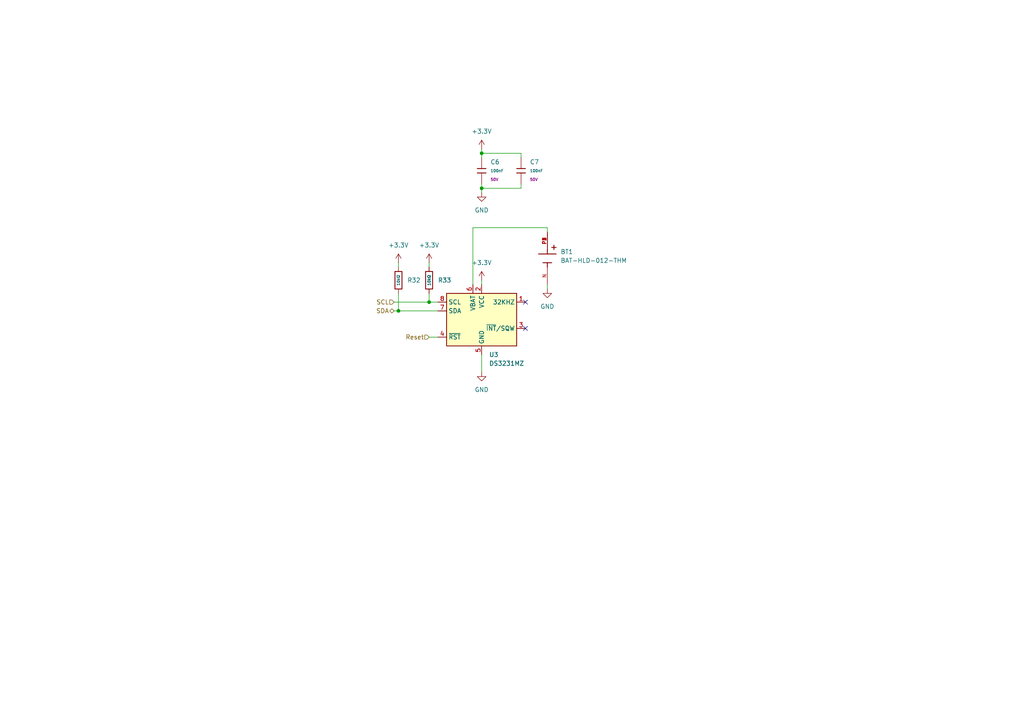
<source format=kicad_sch>
(kicad_sch
	(version 20250114)
	(generator "eeschema")
	(generator_version "9.0")
	(uuid "167a05f4-775a-496d-b9a6-ca482ae94308")
	(paper "A4")
	(title_block
		(title "RTC")
		(date "2025-11-01")
		(rev "0")
		(company "Solar Energy Racers")
	)
	(lib_symbols
		(symbol "Imported_Symbols:BAT-HLD-012-THM"
			(pin_names
				(offset 1.016)
			)
			(exclude_from_sim no)
			(in_bom yes)
			(on_board yes)
			(property "Reference" "BT"
				(at -3.81 3.81 0)
				(effects
					(font
						(size 1.27 1.27)
					)
					(justify left bottom)
				)
			)
			(property "Value" "BAT-HLD-012-THM"
				(at -3.81 -5.08 0)
				(effects
					(font
						(size 1.27 1.27)
					)
					(justify left bottom)
				)
			)
			(property "Footprint" "BAT-HLD-012-THM:BAT_BAT-HLD-012-THM"
				(at 0 0 0)
				(effects
					(font
						(size 1.27 1.27)
					)
					(justify bottom)
					(hide yes)
				)
			)
			(property "Datasheet" ""
				(at 0 0 0)
				(effects
					(font
						(size 1.27 1.27)
					)
					(hide yes)
				)
			)
			(property "Description" ""
				(at 0 0 0)
				(effects
					(font
						(size 1.27 1.27)
					)
					(hide yes)
				)
			)
			(property "SnapEDA_Link" "https://www.snapeda.com/parts/BAT-HLD-012-THM/Linx+Technologies+Inc./view-part/?ref=snap"
				(at 0 0 0)
				(effects
					(font
						(size 1.27 1.27)
					)
					(justify bottom)
					(hide yes)
				)
			)
			(property "Check_prices" "https://www.snapeda.com/parts/BAT-HLD-012-THM/Linx+Technologies+Inc./view-part/?ref=eda"
				(at 0 0 0)
				(effects
					(font
						(size 1.27 1.27)
					)
					(justify bottom)
					(hide yes)
				)
			)
			(property "Package" "None"
				(at 0 0 0)
				(effects
					(font
						(size 1.27 1.27)
					)
					(justify bottom)
					(hide yes)
				)
			)
			(property "Price" "None"
				(at 0 0 0)
				(effects
					(font
						(size 1.27 1.27)
					)
					(justify bottom)
					(hide yes)
				)
			)
			(property "MF" "Linx Technologies"
				(at 0 0 0)
				(effects
					(font
						(size 1.27 1.27)
					)
					(justify bottom)
					(hide yes)
				)
			)
			(property "MP" "BAT-HLD-012-THM"
				(at 0 0 0)
				(effects
					(font
						(size 1.27 1.27)
					)
					(justify bottom)
					(hide yes)
				)
			)
			(property "Purchase-URL" "https://www.snapeda.com/api/url_track_click_mouser/?unipart_id=1128418&manufacturer=Linx Technologies&part_name=BAT-HLD-012-THM&search_term=None"
				(at 0 0 0)
				(effects
					(font
						(size 1.27 1.27)
					)
					(justify bottom)
					(hide yes)
				)
			)
			(property "Availability" "In Stock"
				(at 0 0 0)
				(effects
					(font
						(size 1.27 1.27)
					)
					(justify bottom)
					(hide yes)
				)
			)
			(property "Description_1" "Holder for CR1216 and CR1225 Batteries, Through-Hole Mount, Bulk Packaging"
				(at 0 0 0)
				(effects
					(font
						(size 1.27 1.27)
					)
					(justify bottom)
					(hide yes)
				)
			)
			(symbol "BAT-HLD-012-THM_0_0"
				(polyline
					(pts
						(xy -3.81 1.905) (xy -2.54 1.905)
					)
					(stroke
						(width 0.254)
						(type default)
					)
					(fill
						(type none)
					)
				)
				(polyline
					(pts
						(xy -3.175 2.54) (xy -3.175 1.27)
					)
					(stroke
						(width 0.254)
						(type default)
					)
					(fill
						(type none)
					)
				)
				(polyline
					(pts
						(xy -1.27 2.54) (xy -1.27 -2.54)
					)
					(stroke
						(width 0.254)
						(type default)
					)
					(fill
						(type none)
					)
				)
				(polyline
					(pts
						(xy -1.27 0) (xy -2.54 0)
					)
					(stroke
						(width 0.254)
						(type default)
					)
					(fill
						(type none)
					)
				)
				(polyline
					(pts
						(xy 1.27 1.27) (xy 1.27 -1.27)
					)
					(stroke
						(width 0.254)
						(type default)
					)
					(fill
						(type none)
					)
				)
				(polyline
					(pts
						(xy 1.27 0) (xy 2.54 0)
					)
					(stroke
						(width 0.254)
						(type default)
					)
					(fill
						(type none)
					)
				)
				(pin passive line
					(at -7.62 0 0)
					(length 5.08)
					(name "~"
						(effects
							(font
								(size 1.016 1.016)
							)
						)
					)
					(number "P1"
						(effects
							(font
								(size 1.016 1.016)
							)
						)
					)
				)
				(pin passive line
					(at -7.62 0 0)
					(length 5.08)
					(name "~"
						(effects
							(font
								(size 1.016 1.016)
							)
						)
					)
					(number "P2"
						(effects
							(font
								(size 1.016 1.016)
							)
						)
					)
				)
				(pin passive line
					(at -7.62 0 0)
					(length 5.08)
					(name "~"
						(effects
							(font
								(size 1.016 1.016)
							)
						)
					)
					(number "P3"
						(effects
							(font
								(size 1.016 1.016)
							)
						)
					)
				)
				(pin passive line
					(at -7.62 0 0)
					(length 5.08)
					(name "~"
						(effects
							(font
								(size 1.016 1.016)
							)
						)
					)
					(number "P4"
						(effects
							(font
								(size 1.016 1.016)
							)
						)
					)
				)
				(pin passive line
					(at 7.62 0 180)
					(length 5.08)
					(name "~"
						(effects
							(font
								(size 1.016 1.016)
							)
						)
					)
					(number "N"
						(effects
							(font
								(size 1.016 1.016)
							)
						)
					)
				)
			)
			(embedded_fonts no)
		)
		(symbol "PCM_JLCPCB-Capacitors:0603,100nF"
			(pin_numbers
				(hide yes)
			)
			(pin_names
				(offset 0)
			)
			(exclude_from_sim no)
			(in_bom yes)
			(on_board yes)
			(property "Reference" "C"
				(at 2.032 1.668 0)
				(effects
					(font
						(size 1.27 1.27)
					)
					(justify left)
				)
			)
			(property "Value" "100nF"
				(at 2.032 -0.3782 0)
				(effects
					(font
						(size 0.8 0.8)
					)
					(justify left)
				)
			)
			(property "Footprint" "PCM_JLCPCB:C_0603"
				(at -1.778 0 90)
				(effects
					(font
						(size 1.27 1.27)
					)
					(hide yes)
				)
			)
			(property "Datasheet" "https://www.lcsc.com/datasheet/lcsc_datasheet_2211101700_YAGEO-CC0603KRX7R9BB104_C14663.pdf"
				(at 0 0 0)
				(effects
					(font
						(size 1.27 1.27)
					)
					(hide yes)
				)
			)
			(property "Description" "50V 100nF X7R ±10% 0603 Multilayer Ceramic Capacitors MLCC - SMD/SMT ROHS"
				(at 0 0 0)
				(effects
					(font
						(size 1.27 1.27)
					)
					(hide yes)
				)
			)
			(property "LCSC" "C14663"
				(at 0 0 0)
				(effects
					(font
						(size 1.27 1.27)
					)
					(hide yes)
				)
			)
			(property "Stock" "70324515"
				(at 0 0 0)
				(effects
					(font
						(size 1.27 1.27)
					)
					(hide yes)
				)
			)
			(property "Price" "0.006USD"
				(at 0 0 0)
				(effects
					(font
						(size 1.27 1.27)
					)
					(hide yes)
				)
			)
			(property "Process" "SMT"
				(at 0 0 0)
				(effects
					(font
						(size 1.27 1.27)
					)
					(hide yes)
				)
			)
			(property "Minimum Qty" "20"
				(at 0 0 0)
				(effects
					(font
						(size 1.27 1.27)
					)
					(hide yes)
				)
			)
			(property "Attrition Qty" "10"
				(at 0 0 0)
				(effects
					(font
						(size 1.27 1.27)
					)
					(hide yes)
				)
			)
			(property "Class" "Basic Component"
				(at 0 0 0)
				(effects
					(font
						(size 1.27 1.27)
					)
					(hide yes)
				)
			)
			(property "Category" "Capacitors,Multilayer Ceramic Capacitors MLCC - SMD/SMT"
				(at 0 0 0)
				(effects
					(font
						(size 1.27 1.27)
					)
					(hide yes)
				)
			)
			(property "Manufacturer" "YAGEO"
				(at 0 0 0)
				(effects
					(font
						(size 1.27 1.27)
					)
					(hide yes)
				)
			)
			(property "Part" "CC0603KRX7R9BB104"
				(at 0 0 0)
				(effects
					(font
						(size 1.27 1.27)
					)
					(hide yes)
				)
			)
			(property "Voltage Rated" "50V"
				(at 2.032 -2.0462 0)
				(effects
					(font
						(size 0.8 0.8)
					)
					(justify left)
				)
			)
			(property "Tolerance" "±10%"
				(at 0 0 0)
				(effects
					(font
						(size 1.27 1.27)
					)
					(hide yes)
				)
			)
			(property "Capacitance" "100nF"
				(at 0 0 0)
				(effects
					(font
						(size 1.27 1.27)
					)
					(hide yes)
				)
			)
			(property "Temperature Coefficient" "X7R"
				(at 0 0 0)
				(effects
					(font
						(size 1.27 1.27)
					)
					(hide yes)
				)
			)
			(property "ki_fp_filters" "C_*"
				(at 0 0 0)
				(effects
					(font
						(size 1.27 1.27)
					)
					(hide yes)
				)
			)
			(symbol "0603,100nF_0_1"
				(polyline
					(pts
						(xy -1.27 0.635) (xy 1.27 0.635)
					)
					(stroke
						(width 0.254)
						(type default)
					)
					(fill
						(type none)
					)
				)
				(polyline
					(pts
						(xy -1.27 -0.635) (xy 1.27 -0.635)
					)
					(stroke
						(width 0.254)
						(type default)
					)
					(fill
						(type none)
					)
				)
			)
			(symbol "0603,100nF_1_1"
				(pin passive line
					(at 0 3.81 270)
					(length 3.175)
					(name "~"
						(effects
							(font
								(size 1.27 1.27)
							)
						)
					)
					(number "1"
						(effects
							(font
								(size 1.27 1.27)
							)
						)
					)
				)
				(pin passive line
					(at 0 -3.81 90)
					(length 3.175)
					(name "~"
						(effects
							(font
								(size 1.27 1.27)
							)
						)
					)
					(number "2"
						(effects
							(font
								(size 1.27 1.27)
							)
						)
					)
				)
			)
			(embedded_fonts no)
		)
		(symbol "PCM_JLCPCB-Resistors:0603,10kΩ"
			(pin_numbers
				(hide yes)
			)
			(pin_names
				(offset 0)
			)
			(exclude_from_sim no)
			(in_bom yes)
			(on_board yes)
			(property "Reference" "R"
				(at 1.778 0 0)
				(effects
					(font
						(size 1.27 1.27)
					)
					(justify left)
				)
			)
			(property "Value" "10kΩ"
				(at 0 0 90)
				(do_not_autoplace)
				(effects
					(font
						(size 0.8 0.8)
					)
				)
			)
			(property "Footprint" "PCM_JLCPCB:R_0603"
				(at -1.778 0 90)
				(effects
					(font
						(size 1.27 1.27)
					)
					(hide yes)
				)
			)
			(property "Datasheet" "https://www.lcsc.com/datasheet/lcsc_datasheet_2206010045_UNI-ROYAL-Uniroyal-Elec-0603WAF1002T5E_C25804.pdf"
				(at 0 0 0)
				(effects
					(font
						(size 1.27 1.27)
					)
					(hide yes)
				)
			)
			(property "Description" "100mW Thick Film Resistors 75V ±100ppm/°C ±1% 10kΩ 0603 Chip Resistor - Surface Mount ROHS"
				(at 0 0 0)
				(effects
					(font
						(size 1.27 1.27)
					)
					(hide yes)
				)
			)
			(property "LCSC" "C25804"
				(at 0 0 0)
				(effects
					(font
						(size 1.27 1.27)
					)
					(hide yes)
				)
			)
			(property "Stock" "51181774"
				(at 0 0 0)
				(effects
					(font
						(size 1.27 1.27)
					)
					(hide yes)
				)
			)
			(property "Price" "0.004USD"
				(at 0 0 0)
				(effects
					(font
						(size 1.27 1.27)
					)
					(hide yes)
				)
			)
			(property "Process" "SMT"
				(at 0 0 0)
				(effects
					(font
						(size 1.27 1.27)
					)
					(hide yes)
				)
			)
			(property "Minimum Qty" "20"
				(at 0 0 0)
				(effects
					(font
						(size 1.27 1.27)
					)
					(hide yes)
				)
			)
			(property "Attrition Qty" "10"
				(at 0 0 0)
				(effects
					(font
						(size 1.27 1.27)
					)
					(hide yes)
				)
			)
			(property "Class" "Basic Component"
				(at 0 0 0)
				(effects
					(font
						(size 1.27 1.27)
					)
					(hide yes)
				)
			)
			(property "Category" "Resistors,Chip Resistor - Surface Mount"
				(at 0 0 0)
				(effects
					(font
						(size 1.27 1.27)
					)
					(hide yes)
				)
			)
			(property "Manufacturer" "UNI-ROYAL(Uniroyal Elec)"
				(at 0 0 0)
				(effects
					(font
						(size 1.27 1.27)
					)
					(hide yes)
				)
			)
			(property "Part" "0603WAF1002T5E"
				(at 0 0 0)
				(effects
					(font
						(size 1.27 1.27)
					)
					(hide yes)
				)
			)
			(property "Resistance" "10kΩ"
				(at 0 0 0)
				(effects
					(font
						(size 1.27 1.27)
					)
					(hide yes)
				)
			)
			(property "Power(Watts)" "100mW"
				(at 0 0 0)
				(effects
					(font
						(size 1.27 1.27)
					)
					(hide yes)
				)
			)
			(property "Type" "Thick Film Resistors"
				(at 0 0 0)
				(effects
					(font
						(size 1.27 1.27)
					)
					(hide yes)
				)
			)
			(property "Overload Voltage (Max)" "75V"
				(at 0 0 0)
				(effects
					(font
						(size 1.27 1.27)
					)
					(hide yes)
				)
			)
			(property "Operating Temperature Range" "-55°C~+155°C"
				(at 0 0 0)
				(effects
					(font
						(size 1.27 1.27)
					)
					(hide yes)
				)
			)
			(property "Tolerance" "±1%"
				(at 0 0 0)
				(effects
					(font
						(size 1.27 1.27)
					)
					(hide yes)
				)
			)
			(property "Temperature Coefficient" "±100ppm/°C"
				(at 0 0 0)
				(effects
					(font
						(size 1.27 1.27)
					)
					(hide yes)
				)
			)
			(property "ki_fp_filters" "R_*"
				(at 0 0 0)
				(effects
					(font
						(size 1.27 1.27)
					)
					(hide yes)
				)
			)
			(symbol "0603,10kΩ_0_1"
				(rectangle
					(start -1.016 2.54)
					(end 1.016 -2.54)
					(stroke
						(width 0.254)
						(type default)
					)
					(fill
						(type none)
					)
				)
			)
			(symbol "0603,10kΩ_1_1"
				(pin passive line
					(at 0 3.81 270)
					(length 1.27)
					(name "~"
						(effects
							(font
								(size 1.27 1.27)
							)
						)
					)
					(number "1"
						(effects
							(font
								(size 1.27 1.27)
							)
						)
					)
				)
				(pin passive line
					(at 0 -3.81 90)
					(length 1.27)
					(name "~"
						(effects
							(font
								(size 1.27 1.27)
							)
						)
					)
					(number "2"
						(effects
							(font
								(size 1.27 1.27)
							)
						)
					)
				)
			)
			(embedded_fonts no)
		)
		(symbol "Timer_RTC:DS3231MZ"
			(exclude_from_sim no)
			(in_bom yes)
			(on_board yes)
			(property "Reference" "U"
				(at -7.62 8.89 0)
				(effects
					(font
						(size 1.27 1.27)
					)
					(justify right)
				)
			)
			(property "Value" "DS3231MZ"
				(at 11.43 8.89 0)
				(effects
					(font
						(size 1.27 1.27)
					)
					(justify right)
				)
			)
			(property "Footprint" "Package_SO:SOIC-8_3.9x4.9mm_P1.27mm"
				(at 0 -12.7 0)
				(effects
					(font
						(size 1.27 1.27)
					)
					(hide yes)
				)
			)
			(property "Datasheet" "http://datasheets.maximintegrated.com/en/ds/DS3231M.pdf"
				(at 0 -15.24 0)
				(effects
					(font
						(size 1.27 1.27)
					)
					(hide yes)
				)
			)
			(property "Description" "±5ppm, I2C Real-Time Clock SOIC-8"
				(at 0 0 0)
				(effects
					(font
						(size 1.27 1.27)
					)
					(hide yes)
				)
			)
			(property "ki_keywords" "RTC TCXO Realtime Time Clock MEMS I2C"
				(at 0 0 0)
				(effects
					(font
						(size 1.27 1.27)
					)
					(hide yes)
				)
			)
			(property "ki_fp_filters" "SOIC*3.9x4.9mm*P1.27mm*"
				(at 0 0 0)
				(effects
					(font
						(size 1.27 1.27)
					)
					(hide yes)
				)
			)
			(symbol "DS3231MZ_0_1"
				(rectangle
					(start -10.16 7.62)
					(end 10.16 -7.62)
					(stroke
						(width 0.254)
						(type default)
					)
					(fill
						(type background)
					)
				)
			)
			(symbol "DS3231MZ_1_1"
				(pin input line
					(at -12.7 5.08 0)
					(length 2.54)
					(name "SCL"
						(effects
							(font
								(size 1.27 1.27)
							)
						)
					)
					(number "8"
						(effects
							(font
								(size 1.27 1.27)
							)
						)
					)
				)
				(pin bidirectional line
					(at -12.7 2.54 0)
					(length 2.54)
					(name "SDA"
						(effects
							(font
								(size 1.27 1.27)
							)
						)
					)
					(number "7"
						(effects
							(font
								(size 1.27 1.27)
							)
						)
					)
				)
				(pin bidirectional line
					(at -12.7 -5.08 0)
					(length 2.54)
					(name "~{RST}"
						(effects
							(font
								(size 1.27 1.27)
							)
						)
					)
					(number "4"
						(effects
							(font
								(size 1.27 1.27)
							)
						)
					)
				)
				(pin power_in line
					(at -2.54 10.16 270)
					(length 2.54)
					(name "VBAT"
						(effects
							(font
								(size 1.27 1.27)
							)
						)
					)
					(number "6"
						(effects
							(font
								(size 1.27 1.27)
							)
						)
					)
				)
				(pin power_in line
					(at 0 10.16 270)
					(length 2.54)
					(name "VCC"
						(effects
							(font
								(size 1.27 1.27)
							)
						)
					)
					(number "2"
						(effects
							(font
								(size 1.27 1.27)
							)
						)
					)
				)
				(pin power_in line
					(at 0 -10.16 90)
					(length 2.54)
					(name "GND"
						(effects
							(font
								(size 1.27 1.27)
							)
						)
					)
					(number "5"
						(effects
							(font
								(size 1.27 1.27)
							)
						)
					)
				)
				(pin open_collector line
					(at 12.7 5.08 180)
					(length 2.54)
					(name "32KHZ"
						(effects
							(font
								(size 1.27 1.27)
							)
						)
					)
					(number "1"
						(effects
							(font
								(size 1.27 1.27)
							)
						)
					)
				)
				(pin open_collector line
					(at 12.7 -2.54 180)
					(length 2.54)
					(name "~{INT}/SQW"
						(effects
							(font
								(size 1.27 1.27)
							)
						)
					)
					(number "3"
						(effects
							(font
								(size 1.27 1.27)
							)
						)
					)
				)
			)
			(embedded_fonts no)
		)
		(symbol "power:+3.3V"
			(power)
			(pin_numbers
				(hide yes)
			)
			(pin_names
				(offset 0)
				(hide yes)
			)
			(exclude_from_sim no)
			(in_bom yes)
			(on_board yes)
			(property "Reference" "#PWR"
				(at 0 -3.81 0)
				(effects
					(font
						(size 1.27 1.27)
					)
					(hide yes)
				)
			)
			(property "Value" "+3.3V"
				(at 0 3.556 0)
				(effects
					(font
						(size 1.27 1.27)
					)
				)
			)
			(property "Footprint" ""
				(at 0 0 0)
				(effects
					(font
						(size 1.27 1.27)
					)
					(hide yes)
				)
			)
			(property "Datasheet" ""
				(at 0 0 0)
				(effects
					(font
						(size 1.27 1.27)
					)
					(hide yes)
				)
			)
			(property "Description" "Power symbol creates a global label with name \"+3.3V\""
				(at 0 0 0)
				(effects
					(font
						(size 1.27 1.27)
					)
					(hide yes)
				)
			)
			(property "ki_keywords" "global power"
				(at 0 0 0)
				(effects
					(font
						(size 1.27 1.27)
					)
					(hide yes)
				)
			)
			(symbol "+3.3V_0_1"
				(polyline
					(pts
						(xy -0.762 1.27) (xy 0 2.54)
					)
					(stroke
						(width 0)
						(type default)
					)
					(fill
						(type none)
					)
				)
				(polyline
					(pts
						(xy 0 2.54) (xy 0.762 1.27)
					)
					(stroke
						(width 0)
						(type default)
					)
					(fill
						(type none)
					)
				)
				(polyline
					(pts
						(xy 0 0) (xy 0 2.54)
					)
					(stroke
						(width 0)
						(type default)
					)
					(fill
						(type none)
					)
				)
			)
			(symbol "+3.3V_1_1"
				(pin power_in line
					(at 0 0 90)
					(length 0)
					(name "~"
						(effects
							(font
								(size 1.27 1.27)
							)
						)
					)
					(number "1"
						(effects
							(font
								(size 1.27 1.27)
							)
						)
					)
				)
			)
			(embedded_fonts no)
		)
		(symbol "power:GND"
			(power)
			(pin_numbers
				(hide yes)
			)
			(pin_names
				(offset 0)
				(hide yes)
			)
			(exclude_from_sim no)
			(in_bom yes)
			(on_board yes)
			(property "Reference" "#PWR"
				(at 0 -6.35 0)
				(effects
					(font
						(size 1.27 1.27)
					)
					(hide yes)
				)
			)
			(property "Value" "GND"
				(at 0 -3.81 0)
				(effects
					(font
						(size 1.27 1.27)
					)
				)
			)
			(property "Footprint" ""
				(at 0 0 0)
				(effects
					(font
						(size 1.27 1.27)
					)
					(hide yes)
				)
			)
			(property "Datasheet" ""
				(at 0 0 0)
				(effects
					(font
						(size 1.27 1.27)
					)
					(hide yes)
				)
			)
			(property "Description" "Power symbol creates a global label with name \"GND\" , ground"
				(at 0 0 0)
				(effects
					(font
						(size 1.27 1.27)
					)
					(hide yes)
				)
			)
			(property "ki_keywords" "global power"
				(at 0 0 0)
				(effects
					(font
						(size 1.27 1.27)
					)
					(hide yes)
				)
			)
			(symbol "GND_0_1"
				(polyline
					(pts
						(xy 0 0) (xy 0 -1.27) (xy 1.27 -1.27) (xy 0 -2.54) (xy -1.27 -1.27) (xy 0 -1.27)
					)
					(stroke
						(width 0)
						(type default)
					)
					(fill
						(type none)
					)
				)
			)
			(symbol "GND_1_1"
				(pin power_in line
					(at 0 0 270)
					(length 0)
					(name "~"
						(effects
							(font
								(size 1.27 1.27)
							)
						)
					)
					(number "1"
						(effects
							(font
								(size 1.27 1.27)
							)
						)
					)
				)
			)
			(embedded_fonts no)
		)
	)
	(junction
		(at 115.57 90.17)
		(diameter 0)
		(color 0 0 0 0)
		(uuid "3c3699b7-16e9-4f53-8715-616cb01e3405")
	)
	(junction
		(at 139.7 44.45)
		(diameter 0)
		(color 0 0 0 0)
		(uuid "89137073-1cee-4195-be13-e09007065c5b")
	)
	(junction
		(at 139.7 54.61)
		(diameter 0)
		(color 0 0 0 0)
		(uuid "abed5a40-dad9-48b6-97e9-e34e72210293")
	)
	(junction
		(at 124.46 87.63)
		(diameter 0)
		(color 0 0 0 0)
		(uuid "da891dcc-151c-4b43-adf6-cfa14ac96556")
	)
	(no_connect
		(at 152.4 95.25)
		(uuid "3c6a34d4-f698-42f1-a8a4-99c1d79acb2c")
	)
	(no_connect
		(at 152.4 87.63)
		(uuid "ec87ef7d-39ea-4ff3-8cf5-b79bdf9f2ebb")
	)
	(wire
		(pts
			(xy 124.46 97.79) (xy 127 97.79)
		)
		(stroke
			(width 0)
			(type default)
		)
		(uuid "1d2e6077-46df-4a15-a3f9-8d8f07ec13b8")
	)
	(wire
		(pts
			(xy 139.7 54.61) (xy 151.13 54.61)
		)
		(stroke
			(width 0)
			(type default)
		)
		(uuid "22bbc12c-b8ff-4872-a38a-574c813035fd")
	)
	(wire
		(pts
			(xy 124.46 76.2) (xy 124.46 77.47)
		)
		(stroke
			(width 0)
			(type default)
		)
		(uuid "2f77b49d-23b3-4a35-b637-fe18aa1078cc")
	)
	(wire
		(pts
			(xy 137.16 66.04) (xy 158.75 66.04)
		)
		(stroke
			(width 0)
			(type default)
		)
		(uuid "393e8f7c-bfe0-4901-bcff-a332f7a98dde")
	)
	(wire
		(pts
			(xy 139.7 55.88) (xy 139.7 54.61)
		)
		(stroke
			(width 0)
			(type default)
		)
		(uuid "422feb83-b16f-4b48-becf-7edf17da8eec")
	)
	(wire
		(pts
			(xy 151.13 45.72) (xy 151.13 44.45)
		)
		(stroke
			(width 0)
			(type default)
		)
		(uuid "47d2a8c9-f266-4a37-ba88-fcff839cb6f9")
	)
	(wire
		(pts
			(xy 158.75 82.55) (xy 158.75 83.82)
		)
		(stroke
			(width 0)
			(type default)
		)
		(uuid "48387ecd-7d3a-44c4-b627-128b302adedb")
	)
	(wire
		(pts
			(xy 114.3 87.63) (xy 124.46 87.63)
		)
		(stroke
			(width 0)
			(type default)
		)
		(uuid "58fcba02-3a49-49b6-9b04-7e93e12c8588")
	)
	(wire
		(pts
			(xy 139.7 81.28) (xy 139.7 82.55)
		)
		(stroke
			(width 0)
			(type default)
		)
		(uuid "5a838870-d108-4817-83cb-e7214c2e3024")
	)
	(wire
		(pts
			(xy 114.3 90.17) (xy 115.57 90.17)
		)
		(stroke
			(width 0)
			(type default)
		)
		(uuid "68a0a178-6c84-44cb-82e3-83d3ae3db88a")
	)
	(wire
		(pts
			(xy 139.7 44.45) (xy 151.13 44.45)
		)
		(stroke
			(width 0)
			(type default)
		)
		(uuid "69fb0a8e-211c-48d1-a6eb-bc121919f7f5")
	)
	(wire
		(pts
			(xy 115.57 76.2) (xy 115.57 77.47)
		)
		(stroke
			(width 0)
			(type default)
		)
		(uuid "807d8513-3363-42dd-b660-755d06be725d")
	)
	(wire
		(pts
			(xy 115.57 90.17) (xy 127 90.17)
		)
		(stroke
			(width 0)
			(type default)
		)
		(uuid "8f66c4d5-31f9-47f9-92ec-6b84a1dec2f0")
	)
	(wire
		(pts
			(xy 139.7 107.95) (xy 139.7 102.87)
		)
		(stroke
			(width 0)
			(type default)
		)
		(uuid "9bbdeea7-1075-4096-89f7-455b373f63e5")
	)
	(wire
		(pts
			(xy 151.13 53.34) (xy 151.13 54.61)
		)
		(stroke
			(width 0)
			(type default)
		)
		(uuid "ad422c41-7337-4e3e-90be-b2552b3d8d92")
	)
	(wire
		(pts
			(xy 139.7 43.18) (xy 139.7 44.45)
		)
		(stroke
			(width 0)
			(type default)
		)
		(uuid "aeaeb450-d589-45f4-afaf-0938a5f2d407")
	)
	(wire
		(pts
			(xy 124.46 85.09) (xy 124.46 87.63)
		)
		(stroke
			(width 0)
			(type default)
		)
		(uuid "cf607469-bbcb-4a11-838f-d0dc50b1ef88")
	)
	(wire
		(pts
			(xy 124.46 87.63) (xy 127 87.63)
		)
		(stroke
			(width 0)
			(type default)
		)
		(uuid "d341f055-3ed1-47da-825d-6a50a1db5944")
	)
	(wire
		(pts
			(xy 139.7 54.61) (xy 139.7 53.34)
		)
		(stroke
			(width 0)
			(type default)
		)
		(uuid "d929ef5d-e852-466e-ad9b-da493353640b")
	)
	(wire
		(pts
			(xy 115.57 85.09) (xy 115.57 90.17)
		)
		(stroke
			(width 0)
			(type default)
		)
		(uuid "e0802b1c-e4b9-441e-bd0a-62ec3cd6de46")
	)
	(wire
		(pts
			(xy 158.75 66.04) (xy 158.75 67.31)
		)
		(stroke
			(width 0)
			(type default)
		)
		(uuid "e11a1fe4-4404-483b-b52c-9ef35e6716ae")
	)
	(wire
		(pts
			(xy 137.16 82.55) (xy 137.16 66.04)
		)
		(stroke
			(width 0)
			(type default)
		)
		(uuid "e1c7ed63-b52d-4494-8adb-41c3398f8af0")
	)
	(wire
		(pts
			(xy 139.7 44.45) (xy 139.7 45.72)
		)
		(stroke
			(width 0)
			(type default)
		)
		(uuid "e292126c-c6ec-4226-a9c3-2fc789342524")
	)
	(hierarchical_label "Reset"
		(shape input)
		(at 124.46 97.79 180)
		(effects
			(font
				(size 1.27 1.27)
			)
			(justify right)
		)
		(uuid "4e6e04b5-efab-4e60-9675-cbe4ee97d841")
	)
	(hierarchical_label "SDA"
		(shape bidirectional)
		(at 114.3 90.17 180)
		(effects
			(font
				(size 1.27 1.27)
			)
			(justify right)
		)
		(uuid "511220c9-3e53-43d0-93f5-3aa78ebdcbca")
	)
	(hierarchical_label "SCL"
		(shape input)
		(at 114.3 87.63 180)
		(effects
			(font
				(size 1.27 1.27)
			)
			(justify right)
		)
		(uuid "85f5e08e-dbcb-486b-a8d6-167f3b23f3ef")
	)
	(symbol
		(lib_id "PCM_JLCPCB-Resistors:0603,10kΩ")
		(at 124.46 81.28 0)
		(unit 1)
		(exclude_from_sim no)
		(in_bom yes)
		(on_board yes)
		(dnp no)
		(fields_autoplaced yes)
		(uuid "059bbbce-82fc-491c-b3ac-d297ed314473")
		(property "Reference" "R33"
			(at 127 81.2799 0)
			(effects
				(font
					(size 1.27 1.27)
				)
				(justify left)
			)
		)
		(property "Value" "10kΩ"
			(at 124.46 81.28 90)
			(do_not_autoplace yes)
			(effects
				(font
					(size 0.8 0.8)
				)
			)
		)
		(property "Footprint" "PCM_JLCPCB:R_0603"
			(at 122.682 81.28 90)
			(effects
				(font
					(size 1.27 1.27)
				)
				(hide yes)
			)
		)
		(property "Datasheet" "https://www.lcsc.com/datasheet/lcsc_datasheet_2206010045_UNI-ROYAL-Uniroyal-Elec-0603WAF1002T5E_C25804.pdf"
			(at 124.46 81.28 0)
			(effects
				(font
					(size 1.27 1.27)
				)
				(hide yes)
			)
		)
		(property "Description" "100mW Thick Film Resistors 75V ±100ppm/°C ±1% 10kΩ 0603 Chip Resistor - Surface Mount ROHS"
			(at 124.46 81.28 0)
			(effects
				(font
					(size 1.27 1.27)
				)
				(hide yes)
			)
		)
		(property "LCSC" "C25804"
			(at 124.46 81.28 0)
			(effects
				(font
					(size 1.27 1.27)
				)
				(hide yes)
			)
		)
		(property "Stock" "51181774"
			(at 124.46 81.28 0)
			(effects
				(font
					(size 1.27 1.27)
				)
				(hide yes)
			)
		)
		(property "Price" "0.004USD"
			(at 124.46 81.28 0)
			(effects
				(font
					(size 1.27 1.27)
				)
				(hide yes)
			)
		)
		(property "Process" "SMT"
			(at 124.46 81.28 0)
			(effects
				(font
					(size 1.27 1.27)
				)
				(hide yes)
			)
		)
		(property "Minimum Qty" "20"
			(at 124.46 81.28 0)
			(effects
				(font
					(size 1.27 1.27)
				)
				(hide yes)
			)
		)
		(property "Attrition Qty" "10"
			(at 124.46 81.28 0)
			(effects
				(font
					(size 1.27 1.27)
				)
				(hide yes)
			)
		)
		(property "Class" "Basic Component"
			(at 124.46 81.28 0)
			(effects
				(font
					(size 1.27 1.27)
				)
				(hide yes)
			)
		)
		(property "Category" "Resistors,Chip Resistor - Surface Mount"
			(at 124.46 81.28 0)
			(effects
				(font
					(size 1.27 1.27)
				)
				(hide yes)
			)
		)
		(property "Manufacturer" "UNI-ROYAL(Uniroyal Elec)"
			(at 124.46 81.28 0)
			(effects
				(font
					(size 1.27 1.27)
				)
				(hide yes)
			)
		)
		(property "Part" "0603WAF1002T5E"
			(at 124.46 81.28 0)
			(effects
				(font
					(size 1.27 1.27)
				)
				(hide yes)
			)
		)
		(property "Resistance" "10kΩ"
			(at 124.46 81.28 0)
			(effects
				(font
					(size 1.27 1.27)
				)
				(hide yes)
			)
		)
		(property "Power(Watts)" "100mW"
			(at 124.46 81.28 0)
			(effects
				(font
					(size 1.27 1.27)
				)
				(hide yes)
			)
		)
		(property "Type" "Thick Film Resistors"
			(at 124.46 81.28 0)
			(effects
				(font
					(size 1.27 1.27)
				)
				(hide yes)
			)
		)
		(property "Overload Voltage (Max)" "75V"
			(at 124.46 81.28 0)
			(effects
				(font
					(size 1.27 1.27)
				)
				(hide yes)
			)
		)
		(property "Operating Temperature Range" "-55°C~+155°C"
			(at 124.46 81.28 0)
			(effects
				(font
					(size 1.27 1.27)
				)
				(hide yes)
			)
		)
		(property "Tolerance" "±1%"
			(at 124.46 81.28 0)
			(effects
				(font
					(size 1.27 1.27)
				)
				(hide yes)
			)
		)
		(property "Temperature Coefficient" "±100ppm/°C"
			(at 124.46 81.28 0)
			(effects
				(font
					(size 1.27 1.27)
				)
				(hide yes)
			)
		)
		(pin "2"
			(uuid "6ae76e0b-2b15-41b8-8451-b5a8074b7939")
		)
		(pin "1"
			(uuid "84f9f970-5a24-4a5d-ae3c-01124706097f")
		)
		(instances
			(project "AuxController"
				(path "/9544068f-39f5-4662-8d0e-f77047cf820d/544f59fb-cca5-4c3d-a682-43395d65b3f8"
					(reference "R33")
					(unit 1)
				)
			)
		)
	)
	(symbol
		(lib_id "power:+3.3V")
		(at 139.7 43.18 0)
		(unit 1)
		(exclude_from_sim no)
		(in_bom yes)
		(on_board yes)
		(dnp no)
		(fields_autoplaced yes)
		(uuid "21743baa-79ca-454d-b8dc-7145bab3a6d2")
		(property "Reference" "#PWR046"
			(at 139.7 46.99 0)
			(effects
				(font
					(size 1.27 1.27)
				)
				(hide yes)
			)
		)
		(property "Value" "+3.3V"
			(at 139.7 38.1 0)
			(effects
				(font
					(size 1.27 1.27)
				)
			)
		)
		(property "Footprint" ""
			(at 139.7 43.18 0)
			(effects
				(font
					(size 1.27 1.27)
				)
				(hide yes)
			)
		)
		(property "Datasheet" ""
			(at 139.7 43.18 0)
			(effects
				(font
					(size 1.27 1.27)
				)
				(hide yes)
			)
		)
		(property "Description" "Power symbol creates a global label with name \"+3.3V\""
			(at 139.7 43.18 0)
			(effects
				(font
					(size 1.27 1.27)
				)
				(hide yes)
			)
		)
		(pin "1"
			(uuid "f7c63d1a-4fea-45b9-a32a-939c20f4057d")
		)
		(instances
			(project "AuxController"
				(path "/9544068f-39f5-4662-8d0e-f77047cf820d/544f59fb-cca5-4c3d-a682-43395d65b3f8"
					(reference "#PWR046")
					(unit 1)
				)
			)
		)
	)
	(symbol
		(lib_id "PCM_JLCPCB-Capacitors:0603,100nF")
		(at 151.13 49.53 0)
		(unit 1)
		(exclude_from_sim no)
		(in_bom yes)
		(on_board yes)
		(dnp no)
		(fields_autoplaced yes)
		(uuid "2433c1c5-b3a0-47dc-b388-7f4248e8fe7b")
		(property "Reference" "C7"
			(at 153.67 46.9899 0)
			(effects
				(font
					(size 1.27 1.27)
				)
				(justify left)
			)
		)
		(property "Value" "100nF"
			(at 153.67 49.53 0)
			(effects
				(font
					(size 0.8 0.8)
				)
				(justify left)
			)
		)
		(property "Footprint" "PCM_JLCPCB:C_0603"
			(at 149.352 49.53 90)
			(effects
				(font
					(size 1.27 1.27)
				)
				(hide yes)
			)
		)
		(property "Datasheet" "https://www.lcsc.com/datasheet/lcsc_datasheet_2211101700_YAGEO-CC0603KRX7R9BB104_C14663.pdf"
			(at 151.13 49.53 0)
			(effects
				(font
					(size 1.27 1.27)
				)
				(hide yes)
			)
		)
		(property "Description" "50V 100nF X7R ±10% 0603 Multilayer Ceramic Capacitors MLCC - SMD/SMT ROHS"
			(at 151.13 49.53 0)
			(effects
				(font
					(size 1.27 1.27)
				)
				(hide yes)
			)
		)
		(property "LCSC" "C14663"
			(at 151.13 49.53 0)
			(effects
				(font
					(size 1.27 1.27)
				)
				(hide yes)
			)
		)
		(property "Stock" "70324515"
			(at 151.13 49.53 0)
			(effects
				(font
					(size 1.27 1.27)
				)
				(hide yes)
			)
		)
		(property "Price" "0.006USD"
			(at 151.13 49.53 0)
			(effects
				(font
					(size 1.27 1.27)
				)
				(hide yes)
			)
		)
		(property "Process" "SMT"
			(at 151.13 49.53 0)
			(effects
				(font
					(size 1.27 1.27)
				)
				(hide yes)
			)
		)
		(property "Minimum Qty" "20"
			(at 151.13 49.53 0)
			(effects
				(font
					(size 1.27 1.27)
				)
				(hide yes)
			)
		)
		(property "Attrition Qty" "10"
			(at 151.13 49.53 0)
			(effects
				(font
					(size 1.27 1.27)
				)
				(hide yes)
			)
		)
		(property "Class" "Basic Component"
			(at 151.13 49.53 0)
			(effects
				(font
					(size 1.27 1.27)
				)
				(hide yes)
			)
		)
		(property "Category" "Capacitors,Multilayer Ceramic Capacitors MLCC - SMD/SMT"
			(at 151.13 49.53 0)
			(effects
				(font
					(size 1.27 1.27)
				)
				(hide yes)
			)
		)
		(property "Manufacturer" "YAGEO"
			(at 151.13 49.53 0)
			(effects
				(font
					(size 1.27 1.27)
				)
				(hide yes)
			)
		)
		(property "Part" "CC0603KRX7R9BB104"
			(at 151.13 49.53 0)
			(effects
				(font
					(size 1.27 1.27)
				)
				(hide yes)
			)
		)
		(property "Voltage Rated" "50V"
			(at 153.67 52.07 0)
			(effects
				(font
					(size 0.8 0.8)
				)
				(justify left)
			)
		)
		(property "Tolerance" "±10%"
			(at 151.13 49.53 0)
			(effects
				(font
					(size 1.27 1.27)
				)
				(hide yes)
			)
		)
		(property "Capacitance" "100nF"
			(at 151.13 49.53 0)
			(effects
				(font
					(size 1.27 1.27)
				)
				(hide yes)
			)
		)
		(property "Temperature Coefficient" "X7R"
			(at 151.13 49.53 0)
			(effects
				(font
					(size 1.27 1.27)
				)
				(hide yes)
			)
		)
		(pin "1"
			(uuid "9d8eb9be-9f38-49ba-840e-ebae9cb88d77")
		)
		(pin "2"
			(uuid "37516959-6098-41c1-b89e-c639e1738c03")
		)
		(instances
			(project "AuxController"
				(path "/9544068f-39f5-4662-8d0e-f77047cf820d/544f59fb-cca5-4c3d-a682-43395d65b3f8"
					(reference "C7")
					(unit 1)
				)
			)
		)
	)
	(symbol
		(lib_id "Timer_RTC:DS3231MZ")
		(at 139.7 92.71 0)
		(unit 1)
		(exclude_from_sim no)
		(in_bom yes)
		(on_board yes)
		(dnp no)
		(fields_autoplaced yes)
		(uuid "373d3475-d0f5-41b7-ab8a-e60e6dd764b5")
		(property "Reference" "U3"
			(at 141.8433 102.87 0)
			(effects
				(font
					(size 1.27 1.27)
				)
				(justify left)
			)
		)
		(property "Value" "DS3231MZ"
			(at 141.8433 105.41 0)
			(effects
				(font
					(size 1.27 1.27)
				)
				(justify left)
			)
		)
		(property "Footprint" "Package_SO:SOIC-8_3.9x4.9mm_P1.27mm"
			(at 139.7 105.41 0)
			(effects
				(font
					(size 1.27 1.27)
				)
				(hide yes)
			)
		)
		(property "Datasheet" "http://datasheets.maximintegrated.com/en/ds/DS3231M.pdf"
			(at 139.7 107.95 0)
			(effects
				(font
					(size 1.27 1.27)
				)
				(hide yes)
			)
		)
		(property "Description" "±5ppm, I2C Real-Time Clock SOIC-8"
			(at 139.7 92.71 0)
			(effects
				(font
					(size 1.27 1.27)
				)
				(hide yes)
			)
		)
		(pin "4"
			(uuid "20aedef3-6488-4b42-a2be-d04f3c41907f")
		)
		(pin "1"
			(uuid "290e4d1a-2a06-43ee-b601-4542a897a171")
		)
		(pin "8"
			(uuid "0ca0bd2c-fe75-4210-b977-55ffaf3745d1")
		)
		(pin "2"
			(uuid "21ab118a-d346-4927-8f7b-06918665bdf2")
		)
		(pin "5"
			(uuid "06bd8902-906a-400b-8e12-13018383eec9")
		)
		(pin "3"
			(uuid "da5f25eb-1ce2-43f5-a34e-e00f0d342704")
		)
		(pin "6"
			(uuid "0b3674cb-b3bd-4dda-a422-9e1d402dc220")
		)
		(pin "7"
			(uuid "611974cf-1967-435f-aba8-68cf2247b561")
		)
		(instances
			(project ""
				(path "/9544068f-39f5-4662-8d0e-f77047cf820d/544f59fb-cca5-4c3d-a682-43395d65b3f8"
					(reference "U3")
					(unit 1)
				)
			)
		)
	)
	(symbol
		(lib_id "power:GND")
		(at 139.7 107.95 0)
		(unit 1)
		(exclude_from_sim no)
		(in_bom yes)
		(on_board yes)
		(dnp no)
		(fields_autoplaced yes)
		(uuid "4e141696-b476-4738-aaab-275c12698983")
		(property "Reference" "#PWR052"
			(at 139.7 114.3 0)
			(effects
				(font
					(size 1.27 1.27)
				)
				(hide yes)
			)
		)
		(property "Value" "GND"
			(at 139.7 113.03 0)
			(effects
				(font
					(size 1.27 1.27)
				)
			)
		)
		(property "Footprint" ""
			(at 139.7 107.95 0)
			(effects
				(font
					(size 1.27 1.27)
				)
				(hide yes)
			)
		)
		(property "Datasheet" ""
			(at 139.7 107.95 0)
			(effects
				(font
					(size 1.27 1.27)
				)
				(hide yes)
			)
		)
		(property "Description" "Power symbol creates a global label with name \"GND\" , ground"
			(at 139.7 107.95 0)
			(effects
				(font
					(size 1.27 1.27)
				)
				(hide yes)
			)
		)
		(pin "1"
			(uuid "38b59a62-4a32-4cfe-9023-9beb35930a5f")
		)
		(instances
			(project ""
				(path "/9544068f-39f5-4662-8d0e-f77047cf820d/544f59fb-cca5-4c3d-a682-43395d65b3f8"
					(reference "#PWR052")
					(unit 1)
				)
			)
		)
	)
	(symbol
		(lib_id "PCM_JLCPCB-Resistors:0603,10kΩ")
		(at 115.57 81.28 0)
		(unit 1)
		(exclude_from_sim no)
		(in_bom yes)
		(on_board yes)
		(dnp no)
		(fields_autoplaced yes)
		(uuid "572cae5a-f75e-42f6-8612-c07b14505556")
		(property "Reference" "R32"
			(at 118.11 81.2799 0)
			(effects
				(font
					(size 1.27 1.27)
				)
				(justify left)
			)
		)
		(property "Value" "10kΩ"
			(at 115.57 81.28 90)
			(do_not_autoplace yes)
			(effects
				(font
					(size 0.8 0.8)
				)
			)
		)
		(property "Footprint" "PCM_JLCPCB:R_0603"
			(at 113.792 81.28 90)
			(effects
				(font
					(size 1.27 1.27)
				)
				(hide yes)
			)
		)
		(property "Datasheet" "https://www.lcsc.com/datasheet/lcsc_datasheet_2206010045_UNI-ROYAL-Uniroyal-Elec-0603WAF1002T5E_C25804.pdf"
			(at 115.57 81.28 0)
			(effects
				(font
					(size 1.27 1.27)
				)
				(hide yes)
			)
		)
		(property "Description" "100mW Thick Film Resistors 75V ±100ppm/°C ±1% 10kΩ 0603 Chip Resistor - Surface Mount ROHS"
			(at 115.57 81.28 0)
			(effects
				(font
					(size 1.27 1.27)
				)
				(hide yes)
			)
		)
		(property "LCSC" "C25804"
			(at 115.57 81.28 0)
			(effects
				(font
					(size 1.27 1.27)
				)
				(hide yes)
			)
		)
		(property "Stock" "51181774"
			(at 115.57 81.28 0)
			(effects
				(font
					(size 1.27 1.27)
				)
				(hide yes)
			)
		)
		(property "Price" "0.004USD"
			(at 115.57 81.28 0)
			(effects
				(font
					(size 1.27 1.27)
				)
				(hide yes)
			)
		)
		(property "Process" "SMT"
			(at 115.57 81.28 0)
			(effects
				(font
					(size 1.27 1.27)
				)
				(hide yes)
			)
		)
		(property "Minimum Qty" "20"
			(at 115.57 81.28 0)
			(effects
				(font
					(size 1.27 1.27)
				)
				(hide yes)
			)
		)
		(property "Attrition Qty" "10"
			(at 115.57 81.28 0)
			(effects
				(font
					(size 1.27 1.27)
				)
				(hide yes)
			)
		)
		(property "Class" "Basic Component"
			(at 115.57 81.28 0)
			(effects
				(font
					(size 1.27 1.27)
				)
				(hide yes)
			)
		)
		(property "Category" "Resistors,Chip Resistor - Surface Mount"
			(at 115.57 81.28 0)
			(effects
				(font
					(size 1.27 1.27)
				)
				(hide yes)
			)
		)
		(property "Manufacturer" "UNI-ROYAL(Uniroyal Elec)"
			(at 115.57 81.28 0)
			(effects
				(font
					(size 1.27 1.27)
				)
				(hide yes)
			)
		)
		(property "Part" "0603WAF1002T5E"
			(at 115.57 81.28 0)
			(effects
				(font
					(size 1.27 1.27)
				)
				(hide yes)
			)
		)
		(property "Resistance" "10kΩ"
			(at 115.57 81.28 0)
			(effects
				(font
					(size 1.27 1.27)
				)
				(hide yes)
			)
		)
		(property "Power(Watts)" "100mW"
			(at 115.57 81.28 0)
			(effects
				(font
					(size 1.27 1.27)
				)
				(hide yes)
			)
		)
		(property "Type" "Thick Film Resistors"
			(at 115.57 81.28 0)
			(effects
				(font
					(size 1.27 1.27)
				)
				(hide yes)
			)
		)
		(property "Overload Voltage (Max)" "75V"
			(at 115.57 81.28 0)
			(effects
				(font
					(size 1.27 1.27)
				)
				(hide yes)
			)
		)
		(property "Operating Temperature Range" "-55°C~+155°C"
			(at 115.57 81.28 0)
			(effects
				(font
					(size 1.27 1.27)
				)
				(hide yes)
			)
		)
		(property "Tolerance" "±1%"
			(at 115.57 81.28 0)
			(effects
				(font
					(size 1.27 1.27)
				)
				(hide yes)
			)
		)
		(property "Temperature Coefficient" "±100ppm/°C"
			(at 115.57 81.28 0)
			(effects
				(font
					(size 1.27 1.27)
				)
				(hide yes)
			)
		)
		(pin "2"
			(uuid "5e666781-22f2-4f6d-900a-b5769d9e772d")
		)
		(pin "1"
			(uuid "3f3a14f2-b796-453b-9ad1-c21e1ab8c546")
		)
		(instances
			(project "AuxController"
				(path "/9544068f-39f5-4662-8d0e-f77047cf820d/544f59fb-cca5-4c3d-a682-43395d65b3f8"
					(reference "R32")
					(unit 1)
				)
			)
		)
	)
	(symbol
		(lib_id "power:GND")
		(at 139.7 55.88 0)
		(unit 1)
		(exclude_from_sim no)
		(in_bom yes)
		(on_board yes)
		(dnp no)
		(fields_autoplaced yes)
		(uuid "7041f977-bac7-4e74-9c27-613b5d8fb864")
		(property "Reference" "#PWR047"
			(at 139.7 62.23 0)
			(effects
				(font
					(size 1.27 1.27)
				)
				(hide yes)
			)
		)
		(property "Value" "GND"
			(at 139.7 60.96 0)
			(effects
				(font
					(size 1.27 1.27)
				)
			)
		)
		(property "Footprint" ""
			(at 139.7 55.88 0)
			(effects
				(font
					(size 1.27 1.27)
				)
				(hide yes)
			)
		)
		(property "Datasheet" ""
			(at 139.7 55.88 0)
			(effects
				(font
					(size 1.27 1.27)
				)
				(hide yes)
			)
		)
		(property "Description" "Power symbol creates a global label with name \"GND\" , ground"
			(at 139.7 55.88 0)
			(effects
				(font
					(size 1.27 1.27)
				)
				(hide yes)
			)
		)
		(pin "1"
			(uuid "6a9fb363-f3e4-41cc-9dbd-9f528dd47ff6")
		)
		(instances
			(project "AuxController"
				(path "/9544068f-39f5-4662-8d0e-f77047cf820d/544f59fb-cca5-4c3d-a682-43395d65b3f8"
					(reference "#PWR047")
					(unit 1)
				)
			)
		)
	)
	(symbol
		(lib_id "PCM_JLCPCB-Capacitors:0603,100nF")
		(at 139.7 49.53 0)
		(unit 1)
		(exclude_from_sim no)
		(in_bom yes)
		(on_board yes)
		(dnp no)
		(fields_autoplaced yes)
		(uuid "88d52e37-765c-42a6-acb4-293215fc9ce2")
		(property "Reference" "C6"
			(at 142.24 46.9899 0)
			(effects
				(font
					(size 1.27 1.27)
				)
				(justify left)
			)
		)
		(property "Value" "100nF"
			(at 142.24 49.53 0)
			(effects
				(font
					(size 0.8 0.8)
				)
				(justify left)
			)
		)
		(property "Footprint" "PCM_JLCPCB:C_0603"
			(at 137.922 49.53 90)
			(effects
				(font
					(size 1.27 1.27)
				)
				(hide yes)
			)
		)
		(property "Datasheet" "https://www.lcsc.com/datasheet/lcsc_datasheet_2211101700_YAGEO-CC0603KRX7R9BB104_C14663.pdf"
			(at 139.7 49.53 0)
			(effects
				(font
					(size 1.27 1.27)
				)
				(hide yes)
			)
		)
		(property "Description" "50V 100nF X7R ±10% 0603 Multilayer Ceramic Capacitors MLCC - SMD/SMT ROHS"
			(at 139.7 49.53 0)
			(effects
				(font
					(size 1.27 1.27)
				)
				(hide yes)
			)
		)
		(property "LCSC" "C14663"
			(at 139.7 49.53 0)
			(effects
				(font
					(size 1.27 1.27)
				)
				(hide yes)
			)
		)
		(property "Stock" "70324515"
			(at 139.7 49.53 0)
			(effects
				(font
					(size 1.27 1.27)
				)
				(hide yes)
			)
		)
		(property "Price" "0.006USD"
			(at 139.7 49.53 0)
			(effects
				(font
					(size 1.27 1.27)
				)
				(hide yes)
			)
		)
		(property "Process" "SMT"
			(at 139.7 49.53 0)
			(effects
				(font
					(size 1.27 1.27)
				)
				(hide yes)
			)
		)
		(property "Minimum Qty" "20"
			(at 139.7 49.53 0)
			(effects
				(font
					(size 1.27 1.27)
				)
				(hide yes)
			)
		)
		(property "Attrition Qty" "10"
			(at 139.7 49.53 0)
			(effects
				(font
					(size 1.27 1.27)
				)
				(hide yes)
			)
		)
		(property "Class" "Basic Component"
			(at 139.7 49.53 0)
			(effects
				(font
					(size 1.27 1.27)
				)
				(hide yes)
			)
		)
		(property "Category" "Capacitors,Multilayer Ceramic Capacitors MLCC - SMD/SMT"
			(at 139.7 49.53 0)
			(effects
				(font
					(size 1.27 1.27)
				)
				(hide yes)
			)
		)
		(property "Manufacturer" "YAGEO"
			(at 139.7 49.53 0)
			(effects
				(font
					(size 1.27 1.27)
				)
				(hide yes)
			)
		)
		(property "Part" "CC0603KRX7R9BB104"
			(at 139.7 49.53 0)
			(effects
				(font
					(size 1.27 1.27)
				)
				(hide yes)
			)
		)
		(property "Voltage Rated" "50V"
			(at 142.24 52.07 0)
			(effects
				(font
					(size 0.8 0.8)
				)
				(justify left)
			)
		)
		(property "Tolerance" "±10%"
			(at 139.7 49.53 0)
			(effects
				(font
					(size 1.27 1.27)
				)
				(hide yes)
			)
		)
		(property "Capacitance" "100nF"
			(at 139.7 49.53 0)
			(effects
				(font
					(size 1.27 1.27)
				)
				(hide yes)
			)
		)
		(property "Temperature Coefficient" "X7R"
			(at 139.7 49.53 0)
			(effects
				(font
					(size 1.27 1.27)
				)
				(hide yes)
			)
		)
		(pin "1"
			(uuid "b615ac6f-09fc-4fd5-9128-00fe8ed1b07a")
		)
		(pin "2"
			(uuid "7ddf4e3d-0e8a-47c7-b333-1e4a87f40e11")
		)
		(instances
			(project ""
				(path "/9544068f-39f5-4662-8d0e-f77047cf820d/544f59fb-cca5-4c3d-a682-43395d65b3f8"
					(reference "C6")
					(unit 1)
				)
			)
		)
	)
	(symbol
		(lib_id "power:+3.3V")
		(at 124.46 76.2 0)
		(unit 1)
		(exclude_from_sim no)
		(in_bom yes)
		(on_board yes)
		(dnp no)
		(fields_autoplaced yes)
		(uuid "95f9836b-f696-4045-bfd9-d9904f14ea7f")
		(property "Reference" "#PWR049"
			(at 124.46 80.01 0)
			(effects
				(font
					(size 1.27 1.27)
				)
				(hide yes)
			)
		)
		(property "Value" "+3.3V"
			(at 124.46 71.12 0)
			(effects
				(font
					(size 1.27 1.27)
				)
			)
		)
		(property "Footprint" ""
			(at 124.46 76.2 0)
			(effects
				(font
					(size 1.27 1.27)
				)
				(hide yes)
			)
		)
		(property "Datasheet" ""
			(at 124.46 76.2 0)
			(effects
				(font
					(size 1.27 1.27)
				)
				(hide yes)
			)
		)
		(property "Description" "Power symbol creates a global label with name \"+3.3V\""
			(at 124.46 76.2 0)
			(effects
				(font
					(size 1.27 1.27)
				)
				(hide yes)
			)
		)
		(pin "1"
			(uuid "f193f133-2d91-469d-a1a3-481b024d5ffb")
		)
		(instances
			(project ""
				(path "/9544068f-39f5-4662-8d0e-f77047cf820d/544f59fb-cca5-4c3d-a682-43395d65b3f8"
					(reference "#PWR049")
					(unit 1)
				)
			)
		)
	)
	(symbol
		(lib_id "power:+3.3V")
		(at 115.57 76.2 0)
		(unit 1)
		(exclude_from_sim no)
		(in_bom yes)
		(on_board yes)
		(dnp no)
		(fields_autoplaced yes)
		(uuid "b591677d-34a3-4ee9-aa2a-61315917e0f8")
		(property "Reference" "#PWR048"
			(at 115.57 80.01 0)
			(effects
				(font
					(size 1.27 1.27)
				)
				(hide yes)
			)
		)
		(property "Value" "+3.3V"
			(at 115.57 71.12 0)
			(effects
				(font
					(size 1.27 1.27)
				)
			)
		)
		(property "Footprint" ""
			(at 115.57 76.2 0)
			(effects
				(font
					(size 1.27 1.27)
				)
				(hide yes)
			)
		)
		(property "Datasheet" ""
			(at 115.57 76.2 0)
			(effects
				(font
					(size 1.27 1.27)
				)
				(hide yes)
			)
		)
		(property "Description" "Power symbol creates a global label with name \"+3.3V\""
			(at 115.57 76.2 0)
			(effects
				(font
					(size 1.27 1.27)
				)
				(hide yes)
			)
		)
		(pin "1"
			(uuid "f193f133-2d91-469d-a1a3-481b024d5ffc")
		)
		(instances
			(project ""
				(path "/9544068f-39f5-4662-8d0e-f77047cf820d/544f59fb-cca5-4c3d-a682-43395d65b3f8"
					(reference "#PWR048")
					(unit 1)
				)
			)
		)
	)
	(symbol
		(lib_id "power:+3.3V")
		(at 139.7 81.28 0)
		(unit 1)
		(exclude_from_sim no)
		(in_bom yes)
		(on_board yes)
		(dnp no)
		(fields_autoplaced yes)
		(uuid "c745021f-122f-49d3-aab4-c68999648a92")
		(property "Reference" "#PWR051"
			(at 139.7 85.09 0)
			(effects
				(font
					(size 1.27 1.27)
				)
				(hide yes)
			)
		)
		(property "Value" "+3.3V"
			(at 139.7 76.2 0)
			(effects
				(font
					(size 1.27 1.27)
				)
			)
		)
		(property "Footprint" ""
			(at 139.7 81.28 0)
			(effects
				(font
					(size 1.27 1.27)
				)
				(hide yes)
			)
		)
		(property "Datasheet" ""
			(at 139.7 81.28 0)
			(effects
				(font
					(size 1.27 1.27)
				)
				(hide yes)
			)
		)
		(property "Description" "Power symbol creates a global label with name \"+3.3V\""
			(at 139.7 81.28 0)
			(effects
				(font
					(size 1.27 1.27)
				)
				(hide yes)
			)
		)
		(pin "1"
			(uuid "bf8afc25-5d69-4060-a446-09ae023be9f4")
		)
		(instances
			(project "AuxController"
				(path "/9544068f-39f5-4662-8d0e-f77047cf820d/544f59fb-cca5-4c3d-a682-43395d65b3f8"
					(reference "#PWR051")
					(unit 1)
				)
			)
		)
	)
	(symbol
		(lib_id "power:GND")
		(at 158.75 83.82 0)
		(unit 1)
		(exclude_from_sim no)
		(in_bom yes)
		(on_board yes)
		(dnp no)
		(fields_autoplaced yes)
		(uuid "d7356064-be46-41d5-a7d7-37a4a4331c85")
		(property "Reference" "#PWR050"
			(at 158.75 90.17 0)
			(effects
				(font
					(size 1.27 1.27)
				)
				(hide yes)
			)
		)
		(property "Value" "GND"
			(at 158.75 88.9 0)
			(effects
				(font
					(size 1.27 1.27)
				)
			)
		)
		(property "Footprint" ""
			(at 158.75 83.82 0)
			(effects
				(font
					(size 1.27 1.27)
				)
				(hide yes)
			)
		)
		(property "Datasheet" ""
			(at 158.75 83.82 0)
			(effects
				(font
					(size 1.27 1.27)
				)
				(hide yes)
			)
		)
		(property "Description" "Power symbol creates a global label with name \"GND\" , ground"
			(at 158.75 83.82 0)
			(effects
				(font
					(size 1.27 1.27)
				)
				(hide yes)
			)
		)
		(pin "1"
			(uuid "40b1db91-7b1f-448c-963e-5f4cb67c772b")
		)
		(instances
			(project "AuxController"
				(path "/9544068f-39f5-4662-8d0e-f77047cf820d/544f59fb-cca5-4c3d-a682-43395d65b3f8"
					(reference "#PWR050")
					(unit 1)
				)
			)
		)
	)
	(symbol
		(lib_id "Imported_Symbols:BAT-HLD-012-THM")
		(at 158.75 74.93 270)
		(unit 1)
		(exclude_from_sim no)
		(in_bom yes)
		(on_board yes)
		(dnp no)
		(fields_autoplaced yes)
		(uuid "e28e887a-6d52-4c97-9f5a-f5d76abee1a6")
		(property "Reference" "BT1"
			(at 162.56 73.0249 90)
			(effects
				(font
					(size 1.27 1.27)
				)
				(justify left)
			)
		)
		(property "Value" "BAT-HLD-012-THM"
			(at 162.56 75.5649 90)
			(effects
				(font
					(size 1.27 1.27)
				)
				(justify left)
			)
		)
		(property "Footprint" "Imported_Footprints:BAT_BAT-HLD-012-THM"
			(at 158.75 74.93 0)
			(effects
				(font
					(size 1.27 1.27)
				)
				(justify bottom)
				(hide yes)
			)
		)
		(property "Datasheet" ""
			(at 158.75 74.93 0)
			(effects
				(font
					(size 1.27 1.27)
				)
				(hide yes)
			)
		)
		(property "Description" ""
			(at 158.75 74.93 0)
			(effects
				(font
					(size 1.27 1.27)
				)
				(hide yes)
			)
		)
		(property "SnapEDA_Link" "https://www.snapeda.com/parts/BAT-HLD-012-THM/Linx+Technologies+Inc./view-part/?ref=snap"
			(at 158.75 74.93 0)
			(effects
				(font
					(size 1.27 1.27)
				)
				(justify bottom)
				(hide yes)
			)
		)
		(property "Check_prices" "https://www.snapeda.com/parts/BAT-HLD-012-THM/Linx+Technologies+Inc./view-part/?ref=eda"
			(at 158.75 74.93 0)
			(effects
				(font
					(size 1.27 1.27)
				)
				(justify bottom)
				(hide yes)
			)
		)
		(property "Package" "None"
			(at 158.75 74.93 0)
			(effects
				(font
					(size 1.27 1.27)
				)
				(justify bottom)
				(hide yes)
			)
		)
		(property "Price" "None"
			(at 158.75 74.93 0)
			(effects
				(font
					(size 1.27 1.27)
				)
				(justify bottom)
				(hide yes)
			)
		)
		(property "MF" "Linx Technologies"
			(at 158.75 74.93 0)
			(effects
				(font
					(size 1.27 1.27)
				)
				(justify bottom)
				(hide yes)
			)
		)
		(property "MP" "BAT-HLD-012-THM"
			(at 158.75 74.93 0)
			(effects
				(font
					(size 1.27 1.27)
				)
				(justify bottom)
				(hide yes)
			)
		)
		(property "Purchase-URL" "https://www.snapeda.com/api/url_track_click_mouser/?unipart_id=1128418&manufacturer=Linx Technologies&part_name=BAT-HLD-012-THM&search_term=None"
			(at 158.75 74.93 0)
			(effects
				(font
					(size 1.27 1.27)
				)
				(justify bottom)
				(hide yes)
			)
		)
		(property "Availability" "In Stock"
			(at 158.75 74.93 0)
			(effects
				(font
					(size 1.27 1.27)
				)
				(justify bottom)
				(hide yes)
			)
		)
		(property "Description_1" "Holder for CR1216 and CR1225 Batteries, Through-Hole Mount, Bulk Packaging"
			(at 158.75 74.93 0)
			(effects
				(font
					(size 1.27 1.27)
				)
				(justify bottom)
				(hide yes)
			)
		)
		(pin "P3"
			(uuid "dca04ba3-8f86-4ad0-9505-a497c87533f2")
		)
		(pin "N"
			(uuid "e3f06689-cce4-4031-8568-6b64bfbfc911")
		)
		(pin "P4"
			(uuid "dcbb1980-c158-459d-ac42-00fc34fde05e")
		)
		(pin "P2"
			(uuid "c3734530-7752-4c9b-9702-03abdb83d2f4")
		)
		(pin "P1"
			(uuid "e903f79a-82e9-4368-ab4e-83dcba34799d")
		)
		(instances
			(project ""
				(path "/9544068f-39f5-4662-8d0e-f77047cf820d/544f59fb-cca5-4c3d-a682-43395d65b3f8"
					(reference "BT1")
					(unit 1)
				)
			)
		)
	)
)

</source>
